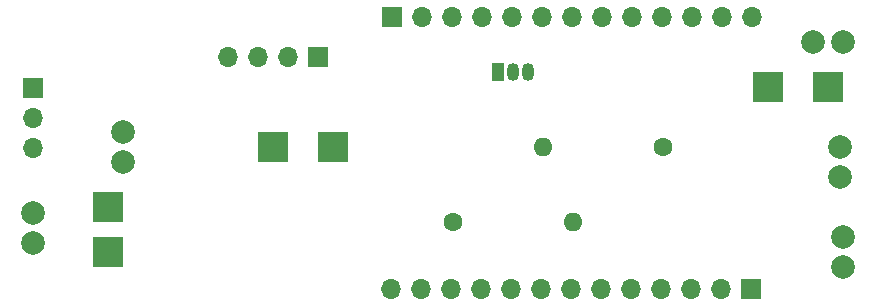
<source format=gbr>
%TF.GenerationSoftware,KiCad,Pcbnew,6.0.10-1.fc36*%
%TF.CreationDate,2023-01-12T14:27:35+01:00*%
%TF.ProjectId,wererabbit_game,77657265-7261-4626-9269-745f67616d65,rev?*%
%TF.SameCoordinates,Original*%
%TF.FileFunction,Soldermask,Bot*%
%TF.FilePolarity,Negative*%
%FSLAX46Y46*%
G04 Gerber Fmt 4.6, Leading zero omitted, Abs format (unit mm)*
G04 Created by KiCad (PCBNEW 6.0.10-1.fc36) date 2023-01-12 14:27:35*
%MOMM*%
%LPD*%
G01*
G04 APERTURE LIST*
%ADD10C,1.600000*%
%ADD11O,1.600000X1.600000*%
%ADD12R,2.500000X2.500000*%
%ADD13C,2.000000*%
%ADD14R,1.700000X1.700000*%
%ADD15O,1.700000X1.700000*%
%ADD16R,1.050000X1.500000*%
%ADD17O,1.050000X1.500000*%
G04 APERTURE END LIST*
D10*
%TO.C,R1*%
X137160000Y-119380000D03*
D11*
X147320000Y-119380000D03*
%TD*%
D12*
%TO.C,J8a1*%
X107950000Y-121920000D03*
%TD*%
%TO.C,JGND1*%
X127000000Y-113030000D03*
%TD*%
D13*
%TO.C,J8*%
X101600000Y-121110000D03*
X101600000Y-118570000D03*
%TD*%
D12*
%TO.C,J7a1*%
X163830000Y-107950000D03*
%TD*%
D13*
%TO.C,J10*%
X170180000Y-120650000D03*
X170180000Y-123190000D03*
%TD*%
%TO.C,J11*%
X109220000Y-111710000D03*
X109220000Y-114250000D03*
%TD*%
D12*
%TO.C,JGND3*%
X168910000Y-107950000D03*
%TD*%
D13*
%TO.C,J6*%
X169970000Y-113030000D03*
X169970000Y-115570000D03*
%TD*%
D14*
%TO.C,SW1*%
X101625000Y-107995000D03*
D15*
X101625000Y-110535000D03*
X101625000Y-113075000D03*
%TD*%
D14*
%TO.C,J9*%
X125730000Y-105410000D03*
D15*
X123190000Y-105410000D03*
X120650000Y-105410000D03*
X118110000Y-105410000D03*
%TD*%
D12*
%TO.C,JGND2*%
X107950000Y-118110000D03*
%TD*%
D14*
%TO.C,J2*%
X132000000Y-102000000D03*
D15*
X134540000Y-102000000D03*
X137080000Y-102000000D03*
X139620000Y-102000000D03*
X142160000Y-102000000D03*
X144700000Y-102000000D03*
X147240000Y-102000000D03*
X149780000Y-102000000D03*
X152320000Y-102000000D03*
X154860000Y-102000000D03*
X157400000Y-102000000D03*
X159940000Y-102000000D03*
X162480000Y-102000000D03*
%TD*%
D10*
%TO.C,R2*%
X154940000Y-113030000D03*
D11*
X144780000Y-113030000D03*
%TD*%
D13*
%TO.C,J7*%
X167640000Y-104140000D03*
X170180000Y-104140000D03*
%TD*%
D16*
%TO.C,Q1*%
X140970000Y-106680000D03*
D17*
X142240000Y-106680000D03*
X143510000Y-106680000D03*
%TD*%
D14*
%TO.C,J1*%
X162400000Y-125000000D03*
D15*
X159860000Y-125000000D03*
X157320000Y-125000000D03*
X154780000Y-125000000D03*
X152240000Y-125000000D03*
X149700000Y-125000000D03*
X147160000Y-125000000D03*
X144620000Y-125000000D03*
X142080000Y-125000000D03*
X139540000Y-125000000D03*
X137000000Y-125000000D03*
X134460000Y-125000000D03*
X131920000Y-125000000D03*
%TD*%
D12*
%TO.C,Jvcc1*%
X121920000Y-113030000D03*
%TD*%
M02*

</source>
